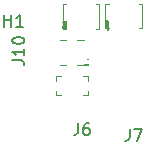
<source format=gbr>
G04 #@! TF.GenerationSoftware,KiCad,Pcbnew,(5.1.0)-1*
G04 #@! TF.CreationDate,2019-06-16T22:48:04-07:00*
G04 #@! TF.ProjectId,MS_v4_ETL_LED_Driver,4d535f76-345f-4455-944c-5f4c45445f44,rev?*
G04 #@! TF.SameCoordinates,Original*
G04 #@! TF.FileFunction,Legend,Top*
G04 #@! TF.FilePolarity,Positive*
%FSLAX46Y46*%
G04 Gerber Fmt 4.6, Leading zero omitted, Abs format (unit mm)*
G04 Created by KiCad (PCBNEW (5.1.0)-1) date 2019-06-16 22:48:04*
%MOMM*%
%LPD*%
G04 APERTURE LIST*
%ADD10C,0.150000*%
%ADD11C,0.100000*%
%ADD12R,0.390800X0.360800*%
%ADD13C,0.558800*%
%ADD14C,0.400800*%
%ADD15R,2.440800X0.690800*%
%ADD16R,0.320800X0.690800*%
%ADD17R,0.270800X0.660800*%
%ADD18R,0.660800X0.270800*%
%ADD19R,0.360800X0.390800*%
%ADD20R,1.050800X1.050800*%
%ADD21R,0.680800X0.630800*%
%ADD22R,0.800800X1.320800*%
G04 APERTURE END LIST*
D10*
X18650000Y-16070000D02*
X18650000Y-16270000D01*
X18640000Y-15860000D02*
X18650000Y-16070000D01*
X18620000Y-15750000D02*
X18640000Y-15860000D01*
X18780000Y-15720000D02*
X18620000Y-15750000D01*
X18570000Y-15690000D02*
X18780000Y-15720000D01*
X15220000Y-16260000D02*
X15120000Y-15830000D01*
X15230000Y-15780000D02*
X15220000Y-16260000D01*
X15020000Y-16010000D02*
X15080000Y-16200000D01*
X14990000Y-16260000D02*
X15020000Y-16010000D01*
X15250000Y-16330000D02*
X14990000Y-16260000D01*
X15000000Y-15760000D02*
X15250000Y-16330000D01*
X15290000Y-15760000D02*
X15000000Y-15760000D01*
X17070000Y-19290000D02*
X17070000Y-18930000D01*
X17060000Y-19400000D02*
X17060000Y-19290000D01*
X16790000Y-19400000D02*
X17060000Y-19400000D01*
X18760000Y-15740000D02*
X18760000Y-16450000D01*
D11*
X17088000Y-20318200D02*
X16668000Y-20318200D01*
X17088000Y-20738200D02*
X17088000Y-20318200D01*
X17088000Y-21998200D02*
X16668000Y-21998200D01*
X17088000Y-21578200D02*
X17088000Y-21998200D01*
X14408000Y-21998200D02*
X14828000Y-21998200D01*
X14408000Y-21578200D02*
X14408000Y-21998200D01*
X14408000Y-20318200D02*
X14828000Y-20318200D01*
X14408000Y-20738200D02*
X14408000Y-20318200D01*
X18564260Y-14215400D02*
X18829260Y-14215400D01*
X18564260Y-16315400D02*
X18564260Y-14215400D01*
X18829260Y-16315400D02*
X18564260Y-16315400D01*
X21664260Y-14215400D02*
X21399260Y-14215400D01*
X21664260Y-16315400D02*
X21664260Y-14215400D01*
X21399260Y-16315400D02*
X21664260Y-16315400D01*
X14960000Y-14266200D02*
X15225000Y-14266200D01*
X14960000Y-16366200D02*
X14960000Y-14266200D01*
X15225000Y-16366200D02*
X14960000Y-16366200D01*
X18060000Y-14266200D02*
X17795000Y-14266200D01*
X18060000Y-16366200D02*
X18060000Y-14266200D01*
X17795000Y-16366200D02*
X18060000Y-16366200D01*
X14692600Y-19398800D02*
X15262600Y-19398800D01*
X14692600Y-17278800D02*
X15262600Y-17278800D01*
X16752600Y-17278800D02*
X16182600Y-17278800D01*
X16752600Y-19398800D02*
X16182600Y-19398800D01*
D10*
X10008095Y-16162380D02*
X10008095Y-15162380D01*
X10008095Y-15638571D02*
X10579523Y-15638571D01*
X10579523Y-16162380D02*
X10579523Y-15162380D01*
X11579523Y-16162380D02*
X11008095Y-16162380D01*
X11293809Y-16162380D02*
X11293809Y-15162380D01*
X11198571Y-15305238D01*
X11103333Y-15400476D01*
X11008095Y-15448095D01*
X10679180Y-19021323D02*
X11393466Y-19021323D01*
X11536323Y-19068942D01*
X11631561Y-19164180D01*
X11679180Y-19307038D01*
X11679180Y-19402276D01*
X11679180Y-18021323D02*
X11679180Y-18592752D01*
X11679180Y-18307038D02*
X10679180Y-18307038D01*
X10822038Y-18402276D01*
X10917276Y-18497514D01*
X10964895Y-18592752D01*
X10679180Y-17402276D02*
X10679180Y-17307038D01*
X10726800Y-17211800D01*
X10774419Y-17164180D01*
X10869657Y-17116561D01*
X11060133Y-17068942D01*
X11298228Y-17068942D01*
X11488704Y-17116561D01*
X11583942Y-17164180D01*
X11631561Y-17211800D01*
X11679180Y-17307038D01*
X11679180Y-17402276D01*
X11631561Y-17497514D01*
X11583942Y-17545133D01*
X11488704Y-17592752D01*
X11298228Y-17640371D01*
X11060133Y-17640371D01*
X10869657Y-17592752D01*
X10774419Y-17545133D01*
X10726800Y-17497514D01*
X10679180Y-17402276D01*
X20616666Y-24822380D02*
X20616666Y-25536666D01*
X20569047Y-25679523D01*
X20473809Y-25774761D01*
X20330952Y-25822380D01*
X20235714Y-25822380D01*
X20997619Y-24822380D02*
X21664285Y-24822380D01*
X21235714Y-25822380D01*
X16250866Y-24337780D02*
X16250866Y-25052066D01*
X16203247Y-25194923D01*
X16108009Y-25290161D01*
X15965152Y-25337780D01*
X15869914Y-25337780D01*
X17155628Y-24337780D02*
X16965152Y-24337780D01*
X16869914Y-24385400D01*
X16822295Y-24433019D01*
X16727057Y-24575876D01*
X16679438Y-24766352D01*
X16679438Y-25147304D01*
X16727057Y-25242542D01*
X16774676Y-25290161D01*
X16869914Y-25337780D01*
X17060390Y-25337780D01*
X17155628Y-25290161D01*
X17203247Y-25242542D01*
X17250866Y-25147304D01*
X17250866Y-24909209D01*
X17203247Y-24813971D01*
X17155628Y-24766352D01*
X17060390Y-24718733D01*
X16869914Y-24718733D01*
X16774676Y-24766352D01*
X16727057Y-24813971D01*
X16679438Y-24909209D01*
%LPC*%
D11*
G36*
X17080000Y-19250000D02*
G01*
X16270000Y-19250000D01*
X16270000Y-19030000D01*
X17080000Y-19030000D01*
X17080000Y-19250000D01*
G37*
X17080000Y-19250000D02*
X16270000Y-19250000D01*
X16270000Y-19030000D01*
X17080000Y-19030000D01*
X17080000Y-19250000D01*
G36*
X15640000Y-16590000D02*
G01*
X15380000Y-16590000D01*
X15380000Y-15840000D01*
X15640000Y-15840000D01*
X15640000Y-16590000D01*
G37*
X15640000Y-16590000D02*
X15380000Y-16590000D01*
X15380000Y-15840000D01*
X15640000Y-15840000D01*
X15640000Y-16590000D01*
D12*
X21424200Y-17784200D03*
X21424200Y-18334200D03*
D13*
X12796520Y-16537940D03*
D14*
X16748000Y-21658200D03*
X16248000Y-21658200D03*
X15748000Y-21658200D03*
X15248000Y-21658200D03*
X14748000Y-21658200D03*
X16748000Y-21158200D03*
X16248000Y-21158200D03*
X15748000Y-21158200D03*
X15248000Y-21158200D03*
X14748000Y-21158200D03*
X16748000Y-20658200D03*
X16248000Y-20658200D03*
X15748000Y-20658200D03*
X15248000Y-20658200D03*
X14748000Y-20658200D03*
D15*
X20114260Y-15265400D03*
D16*
X19114260Y-14425400D03*
X19614260Y-14425400D03*
X20114260Y-14425400D03*
X20614260Y-14425400D03*
X21114260Y-14425400D03*
X21114260Y-16105400D03*
X20614260Y-16105400D03*
X20114260Y-16105400D03*
X19614260Y-16105400D03*
X19114260Y-16105400D03*
D15*
X16510000Y-15316200D03*
D16*
X15510000Y-14476200D03*
X16010000Y-14476200D03*
X16510000Y-14476200D03*
X17010000Y-14476200D03*
X17510000Y-14476200D03*
X17510000Y-16156200D03*
X17010000Y-16156200D03*
X16510000Y-16156200D03*
X16010000Y-16156200D03*
X15510000Y-16156200D03*
D17*
X15922600Y-19183800D03*
X15522600Y-19183800D03*
D18*
X14877600Y-19138800D03*
X14877600Y-18738800D03*
X14877600Y-18338800D03*
X14877600Y-17938800D03*
X14877600Y-17538800D03*
D17*
X15522600Y-17493800D03*
X15922600Y-17493800D03*
D18*
X16567600Y-17538800D03*
X16567600Y-17938800D03*
X16567600Y-18338800D03*
X16567600Y-18738800D03*
X16567600Y-19138800D03*
D19*
X18655000Y-13660000D03*
X19205000Y-13660000D03*
X20110000Y-13680000D03*
X20660000Y-13680000D03*
X17670000Y-13720000D03*
X17120000Y-13720000D03*
X13715000Y-13710000D03*
X14265000Y-13710000D03*
X15445000Y-13650000D03*
X15995000Y-13650000D03*
D20*
X17653000Y-23012400D03*
D12*
X17890000Y-18555000D03*
X17890000Y-19105000D03*
X13716000Y-22093600D03*
X13716000Y-21543600D03*
D19*
X13695000Y-22707600D03*
X14245000Y-22707600D03*
D13*
X13413486Y-18977894D03*
X12803886Y-18495294D03*
X13413486Y-18012695D03*
X12803886Y-17530095D03*
X13413486Y-17047496D03*
D19*
X17825000Y-19710000D03*
X17275000Y-19710000D03*
D21*
X13919200Y-15125200D03*
X13919200Y-16015200D03*
D22*
X15284200Y-22885400D03*
X16284200Y-22885400D03*
D21*
X19480000Y-17935000D03*
X19480000Y-17045000D03*
D12*
X18400000Y-17375000D03*
X18400000Y-17925000D03*
X20020000Y-19800000D03*
X20020000Y-20350000D03*
X19330000Y-20370000D03*
X19330000Y-19820000D03*
X20000000Y-18660000D03*
X20000000Y-19210000D03*
X19340000Y-19205000D03*
X19340000Y-18655000D03*
M02*

</source>
